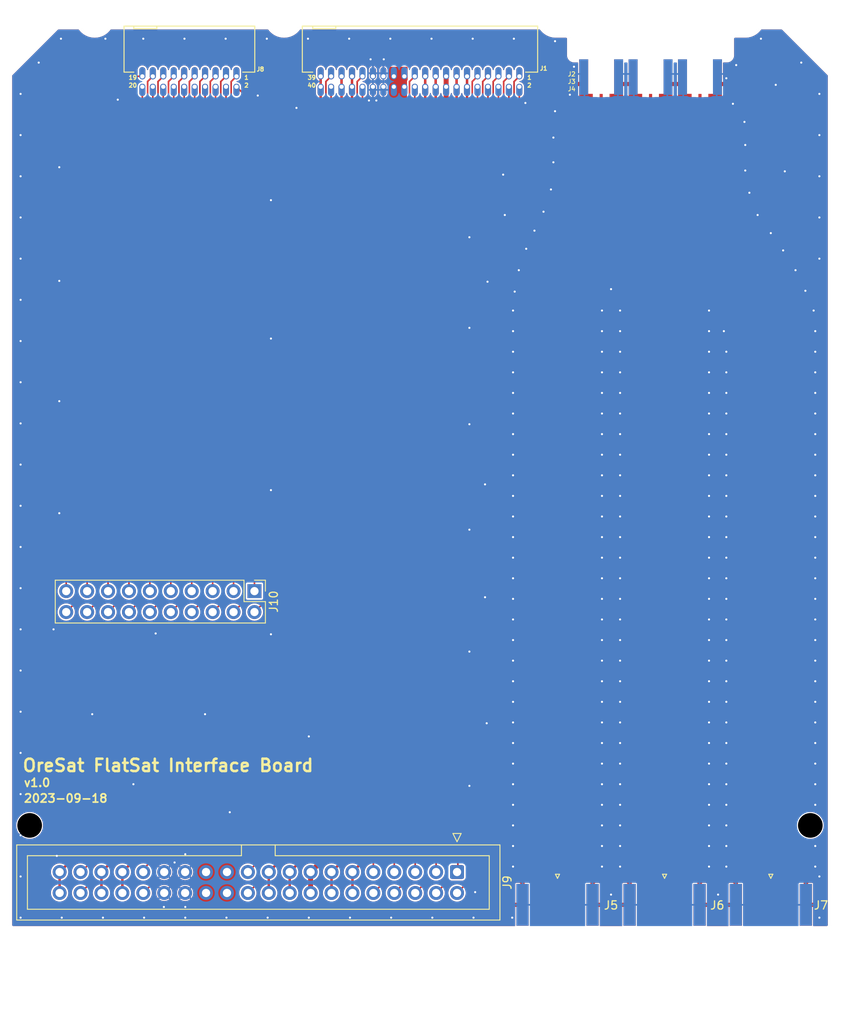
<source format=kicad_pcb>
(kicad_pcb (version 20221018) (generator pcbnew)
  (layers (0 "F.Cu" jumper) (31 "B.Cu" signal) (34 "B.Paste" user) (35 "F.Paste" user) (36 "B.SilkS" user "B.Silkscreen") (37 "F.SilkS" user "F.Silkscreen") (38 "B.Mask" user) (39 "F.Mask" user) (44 "Edge.Cuts" user))
  (net 0 "")
  (net 1 "VBUS")
  (net 2 "GND")
  (net 3 "Net-(J5-In)")
  (net 4 "Net-(J6-In)")
  (net 5 "Net-(J7-In)")
  (net 6 "/SPARE1")
  (net 7 "/SPARE2")
  (net 8 "/SPARE3")
  (net 9 "/SPARE4")
  (net 10 "/SPARE5")
  (net 11 "/SPARE6")
  (net 12 "/SPARE7")
  (net 13 "/SPARE8")
  (net 14 "/SPARE9")
  (net 15 "/SPARE10")
  (net 16 "/OPD_SDA")
  (net 17 "/OPD_SCL")
  (net 18 "/OPD_PWR")
  (net 19 "/CAN2_H")
  (net 20 "/CAN2_L")
  (net 21 "/SPARE21")
  (net 22 "/SPARE22")
  (net 23 "/SPARE31")
  (net 24 "/SPARE32")
  (net 25 "/CAN1_H")
  (net 26 "/CAN1_L")
  (net 27 "/C3-UART-TX")
  (net 28 "/C3-UART-RX")
  (net 29 "/ORESAT_~{SD}")
  (net 30 "Net-(J10-Pin_1)")
  (net 31 "Net-(J10-Pin_2)")
  (net 32 "Net-(J10-Pin_3)")
  (net 33 "Net-(J10-Pin_4)")
  (net 34 "Net-(J10-Pin_5)")
  (net 35 "Net-(J10-Pin_6)")
  (net 36 "Net-(J10-Pin_7)")
  (net 37 "Net-(J10-Pin_8)")
  (net 38 "Net-(J10-Pin_9)")
  (net 39 "Net-(J10-Pin_10)")
  (net 40 "Net-(J10-Pin_11)")
  (net 41 "Net-(J10-Pin_12)")
  (net 42 "Net-(J10-Pin_13)")
  (net 43 "Net-(J10-Pin_14)")
  (net 44 "Net-(J10-Pin_15)")
  (net 45 "Net-(J10-Pin_16)")
  (net 46 "Net-(J10-Pin_17)")
  (net 47 "Net-(J10-Pin_18)")
  (net 48 "Net-(J10-Pin_19)")
  (net 49 "Net-(J10-Pin_20)")
  (footprint "Connector_Coaxial:SMA_Amphenol_132289_EdgeMount" (layer "F.Cu") (at 182.6 160.8375 -90)
    (fp_text reference "J7")
    (fp_text value "Conn_Coaxial")
  )
  (footprint "Connector_Coaxial:SMA_Amphenol_132289_EdgeMount" (layer "F.Cu") (at 156.7 160.8375 -90)
    (fp_text reference "J5")
    (fp_text value "Conn_Coaxial")
  )
  (footprint "oresat-connectors:J-MOLEX-SMPM-073300-002X" (layer "F.Cu") (at 168 58.2)
    (fp_text reference "J3")
    (fp_text value "733000020" hide)
  )
  (footprint "oresat-connectors:J-SAMTEC-TFM-120-X1-XXX-D-RA-small-pads" (layer "F.Cu") (at 140 60.9)
    (fp_text reference "J1")
    (fp_text value "J-SAMTEC-TFM-120-01-L-D-RA")
  )
  (footprint "Connector_IDC:IDC-Header_2x20_P2.54mm_Vertical" (layer "F.Cu") (at 144.5 156.86 -90)
    (fp_text reference "J9")
    (fp_text value "Conn_01x40")
  )
  (footprint "Connector_Coaxial:SMA_Amphenol_132289_EdgeMount" (layer "F.Cu") (at 169.7 160.8375 -90)
    (fp_text reference "J6")
    (fp_text value "Conn_Coaxial")
  )
  (footprint "oresat-connectors:J-SAMTEC-TFM-110-X1-XXX-D-RA-small-pads" (layer "F.Cu") (at 112 60.9)
    (fp_text reference "J8")
    (fp_text value "J-SAMTEC-TFM-110-01-L-D-RA")
  )
  (footprint "oresat-connectors:J-MOLEX-SMPM-073300-002X" (layer "F.Cu") (at 162 58.2)
    (fp_text reference "J2")
    (fp_text value "733000020" hide)
  )
  (footprint "oresat-pcbs:ORESAT-CARD-V1.3-FLATSAT" (layer "F.Cu") (at 140 99)
    (fp_text reference "PCB1" hide)
    (fp_text value "ORESAT-CARD-V1.3-FLATSAT" hide)
    (fp_line (start -49.9 -39) (end -49.9 40.7) (stroke (width 0.001)) (layer "Edge.Cuts"))
    (fp_line (start -49.9 40.7) (end -49.9 64.3) (stroke (width 0.001)) (layer "Edge.Cuts"))
    (fp_line (start -44.1 -44.8) (end -49.9 -39) (stroke (width 0.001)) (layer "Edge.Cuts"))
    (fp_line (start -41.23205 -44.8) (end -44.1 -44.8) (stroke (width 0.001)) (layer "Edge.Cuts"))
    (fp_line (start -18.23205 -44.8) (end -37.76795 -44.8) (stroke (width 0.001)) (layer "Edge.Cuts"))
    (fp_line (start 14.76795 -44.8) (end -14.76795 -44.8) (stroke (width 0.001)) (layer "Edge.Cuts"))
    (fp_line (start 16.5 -43.8) (end 17.73205 -43.8) (stroke (width 0.001)) (layer "Edge.Cuts"))
    (fp_line (start 18.23205 -43.3) (end 18.23205 -41.3) (stroke (width 0.001)) (layer "Edge.Cuts"))
    (fp_line (start 18.73205 -40.8) (end 20.41 -40.8) (stroke (width 0.001)) (layer "Edge.Cuts"))
    (fp_line (start 20.41 -40.8) (end 20.41 -37.1) (stroke (width 0.001)) (layer "Edge.Cuts"))
    (fp_line (start 20.91 -36.6) (end 23.09 -36.6) (stroke (width 0.001)) (layer "Edge.Cuts"))
    (fp_line (start 23.59 -37.1) (end 23.59 -40.8) (stroke (width 0.001)) (layer "Edge.Cuts"))
    (fp_line (start 26.41 -40.8) (end 23.59 -40.8) (stroke (width 0.001)) (layer "Edge.Cuts"))
    (fp_line (start 26.41 -37.1) (end 26.41 -40.8) (stroke (width 0.001)) (layer "Edge.Cuts"))
    (fp_line (start 26.91 -36.6) (end 29.09 -36.6) (stroke (width 0.001)) (layer "Edge.Cuts"))
    (fp_line (start 29.59 -37.1) (end 29.59 -40.8) (stroke (width 0.001)) (layer "Edge.Cuts"))
    (fp_line (start 32.41 -40.8) (end 29.59 -40.8) (stroke (width 0.001)) (layer "Edge.Cuts"))
    (fp_line (start 32.41 -37.1) (end 32.41 -40.8) (stroke (width 0.001)) (layer "Edge.Cuts"))
    (fp_line (start 32.91 -36.6) (end 35.09 -36.6) (stroke (width 0.001)) (layer "Edge.Cuts"))
    (fp_line (start 35.59 -37.1) (end 35.59 -40.8) (stroke (width 0.001)) (layer "Edge.Cuts"))
    (fp_line (start 37.26795 -40.8) (end 35.59 -40.8) (stroke (width 0.001)) (layer "Edge.Cuts"))
    (fp_line (start 37.76795 -43.3) (end 37.76795 -41.3) (stroke (width 0.001)) (layer "Edge.Cuts"))
    (fp_line (start 39.5 -43.8) (end 38.26795 -43.8) (stroke (width 0.001)) (layer "Edge.Cuts"))
    (fp_line (start 44.1 -44.8) (end 41.23205 -44.8) (stroke (width 0.001)) (layer "Edge.Cuts"))
    (fp_line (start 49.4 64.8) (end -49.4 64.8) (stroke (width 0.001)) (layer "Edge.Cuts"))
    (fp_line (start 49.9 -39) (end 44.1 -44.8) (stroke (width 0.001)) (layer "Edge.Cuts"))
    (fp_line (start 49.9 40.7) (end 49.9 -39) (stroke (width 0.001)) (layer "Edge.Cuts"))
    (fp_line (start 49.9 40.7) (end 49.9 64.3) (stroke (width 0.001)) (layer "Edge.Cuts"))
    (fp_arc (start -49.4 64.8) (mid -49.753553 64.653553) (end -49.9 64.3) (stroke (width 0.001)) (layer "Edge.Cuts"))
    (fp_arc (start -37.767951 -44.799999) (mid -39.500001 -43.800001) (end -41.23205 -44.8) (stroke (width 0.001)) (layer "Edge.Cuts"))
    (fp_arc (start -14.767951 -44.799999) (mid -16.500001 -43.800001) (end -18.23205 -44.8) (stroke (width 0.001)) (layer "Edge.Cuts"))
    (fp_arc (start 16.499999 -43.8) (mid 15.5 -44.067949) (end 14.76795 -44.8) (stroke (width 0.001)) (layer "Edge.Cuts"))
    (fp_arc (start 17.73205 -43.8) (mid 18.085571 -43.653536) (end 18.23205 -43.3) (stroke (width 0.001)) (layer "Edge.Cuts"))
    (fp_arc (start 18.73205 -40.8) (mid 18.378529 -40.946464) (end 18.23205 -41.3) (stroke (width 0.001)) (layer "Edge.Cuts"))
    (fp_arc (start 20.91 -36.6) (mid 20.556447 -36.746447) (end 20.41 -37.1) (stroke (width 0.001)) (layer "Edge.Cuts"))
    (fp_arc (start 23.59 -37.1) (mid 23.443553 -36.746447) (end 23.09 -36.6) (stroke (width 0.001)) (layer "Edge.Cuts"))
    (fp_arc (start 26.91 -36.6) (mid 26.556447 -36.746447) (end 26.41 -37.1) (stroke (width 0.001)) (layer "Edge.Cuts"))
    (fp_arc (start 29.59 -37.1) (mid 29.443553 -36.746447) (end 29.09 -36.6) (stroke (width 0.001)) (layer "Edge.Cuts"))
    (fp_arc (start 32.91 -36.6) (mid 32.556447 -36.746447) (end 32.41 -37.1) (stroke (width 0.001)) (layer "Edge.Cuts"))
    (fp_arc (start 35.59 -37.1) (mid 35.443553 -36.746447) (end 35.09 -36.6) (stroke (width 0.001)) (layer "Edge.Cuts"))
    (fp_arc (start 37.76795 -43.3) (mid 37.914394 -43.653571) (end 38.26795 -43.8) (stroke (width 0.001)) (layer "Edge.Cuts"))
    (fp_arc (start 37.76795 -41.3) (mid 37.621506 -40.946429) (end 37.26795 -40.8) (stroke (width 0.001)) (layer "Edge.Cuts"))
    (fp_arc (start 41.232049 -44.8) (mid 40.499999 -44.06795) (end 39.5 -43.8) (stroke (width 0.001)) (layer "Edge.Cuts"))
    (fp_arc (start 49.9 64.3) (mid 49.753553 64.653553) (end 49.4 64.8) (stroke (width 0.001)) (layer "Edge.Cuts"))
  )
  (footprint "oresat-connectors:J-MOLEX-SMPM-073300-002X" (layer "F.Cu") (at 174 58.2)
    (fp_text reference "J4")
    (fp_text value "733000020" hide)
  )
  (footprint "Connector_PinHeader_2.54mm:PinHeader_2x10_P2.54mm_Vertical" (layer "F.Cu") (at 119.9 122.76 -90)
    (fp_text reference "J10")
    (fp_text value "Conn_01x20")
  )
  (gr_poly (pts (xy 166.64 66.9) (xy 166.64 66.1) (xy 167.81 64.43) (xy 168.19 64.43) (xy 169.35 66.1) (xy 169.35 66.9)) (stroke (width 0.005)) (fill solid) (layer "F.Cu"))
  (gr_poly (pts (xy 160.64 66.9) (xy 160.64 66.1) (xy 161.81 64.43) (xy 162.19 64.43) (xy 163.35 66.1) (xy 163.35 66.9)) (stroke (width 0.005)) (fill solid) (layer "F.Cu"))
  (gr_poly (pts (xy 171.06 156.09) (xy 171.06 156.86) (xy 170.45 158) (xy 168.95 158) (xy 168.35 156.86) (xy 168.35 156.09)) (stroke (width 0.005)) (fill solid) (layer "F.Cu"))
  (gr_poly (pts (xy 183.96 156.09) (xy 183.96 156.86) (xy 183.35 158) (xy 181.85 158) (xy 181.25 156.86) (xy 181.25 156.09)) (stroke (width 0.005)) (fill solid) (layer "F.Cu"))
  (gr_poly (pts (xy 172.64 66.9) (xy 172.64 66.1) (xy 173.81 64.43) (xy 174.19 64.43) (xy 175.35 66.1) (xy 175.35 66.9)) (stroke (width 0.005)) (fill solid) (layer "F.Cu"))
  (gr_poly (pts (xy 158.06 156.09) (xy 158.06 156.86) (xy 157.45 158) (xy 155.95 158) (xy 155.35 156.86) (xy 155.35 156.09)) (stroke (width 0.005)) (fill solid) (layer "F.Cu"))
  (gr_text "2023-09-18" (at 91.8 148.5) (layer "F.SilkS") (effects (font (size 1 1) (thickness 0.2) bold) (justify left bottom)))
  (gr_text "OreSat FlatSat Interface Board\n" (at 91.6 144.8) (layer "F.SilkS") (effects (font (size 1.5 1.5) (thickness 0.3) bold) (justify left bottom)))
  (gr_text "v1.0" (at 91.8 146.6) (layer "F.SilkS") (effects (font (size 1 1) (thickness 0.2) bold) (justify left bottom)))
  (segment (start 165.45 160.8375) (end 165.45 158.16) (width 0.5) (layer "F.Cu") (net 2))
  (segment (start 178.35 160.8375) (end 178.35 158.16) (width 0.5) (layer "F.Cu") (net 2))
  (segment (start 165.45 158.16) (end 164.89 157.6) (width 0.5) (layer "F.Cu") (net 2))
  (segment (start 152.45 158.16) (end 151.89 157.6) (width 0.5) (layer "F.Cu") (net 2))
  (segment (start 170.1 61.2) (end 171.8 61.2) (width 0.5) (layer "F.Cu") (net 2))
  (segment (start 173.95 160.8375) (end 178.35 160.8375) (width 0.5) (layer "F.Cu") (net 2))
  (segment (start 157.7 61.2) (end 159.9 61.2) (width 0.5) (layer "F.Cu") (net 2))
  (segment (start 178.1 61.2) (end 176.2 61.2) (width 0.5) (layer "F.Cu") (net 2))
  (segment (start 173.95 160.8375) (end 173.95 158.16) (width 0.5) (layer "F.Cu") (net 2))
  (segment (start 186.85 160.8375) (end 188.4125 160.8375) (width 0.5) (layer "F.Cu") (net 2))
  (segment (start 160.95 158.16) (end 161.51 157.6) (width 0.5) (layer "F.Cu") (net 2))
  (segment (start 186.85 160.8375) (end 186.85 158.16) (width 0.5) (layer "F.Cu") (net 2))
  (segment (start 160.95 160.8375) (end 165.45 160.8375) (width 0.5) (layer "F.Cu") (net 2))
  (segment (start 164.1 61.2) (end 165.8 61.2) (width 0.5) (layer "F.Cu") (net 2))
  (segment (start 150.9375 160.8375) (end 150.8 160.7) (width 0.5) (layer "F.Cu") (net 2))
  (segment (start 152.45 160.8375) (end 152.45 158.16) (width 0.5) (layer "F.Cu") (net 2))
  (segment (start 173.95 158.16) (end 174.51 157.6) (width 0.5) (layer "F.Cu") (net 2))
  (segment (start 152.45 160.8375) (end 150.9375 160.8375) (width 0.5) (layer "F.Cu") (net 2))
  (segment (start 178.35 158.16) (end 177.79 157.6) (width 0.5) (layer "F.Cu") (net 2))
  (segment (start 188.4125 160.8375) (end 188.45 160.8) (width 0.5) (layer "F.Cu") (net 2))
  (segment (start 160.95 160.8375) (end 160.95 158.16) (width 0.5) (layer "F.Cu") (net 2))
  (segment (start 186.85 158.16) (end 187.41 157.6) (width 0.5) (layer "F.Cu") (net 2))
  (via (at 152.9 81.2) (size 0.4572) (drill 0.254) (layers "F.Cu" "B.Cu") (net 2))
  (via (at 147.9 123.5) (size 0.4572) (drill 0.254) (layers "F.Cu" "B.Cu") (net 2))
  (via (at 151.3 153.7) (size 0.4572) (drill 0.254) (layers "F.Cu" "B.Cu") (net 2))
  (via (at 175.1 96.2) (size 0.4572) (drill 0.254) (layers "F.Cu" "B.Cu") (net 2))
  (via (at 151.3 151.2) (size 0.4572) (drill 0.254) (layers "F.Cu" "B.Cu") (net 2))
  (via (at 177.2 138.7) (size 0.4572) (drill 0.254) (layers "F.Cu" "B.Cu") (net 2))
  (via (at 177.2 151.2) (size 0.4572) (drill 0.254) (layers "F.Cu" "B.Cu") (net 2))
  (via (at 188 116.2) (size 0.4572) (drill 0.254) (layers "F.Cu" "B.Cu") (net 2))
  (via (at 151.3 123.7) (size 0.4572) (drill 0.254) (layers "F.Cu" "B.Cu") (net 2))
  (via (at 188 123.7) (size 0.4572) (drill 0.254) (layers "F.Cu" "B.Cu") (net 2))
  (via (at 177.2 123.7) (size 0.4572) (drill 0.254) (layers "F.Cu" "B.Cu") (net 2))
  (via (at 175.1 128.7) (size 0.4572) (drill 0.254) (layers "F.Cu" "B.Cu") (net 2))
  (via (at 164.3 141.2) (size 0.4572) (drill 0.254) (layers "F.Cu" "B.Cu") (net 2))
  (via (at 178 63.6) (size 0.4572) (drill 0.254) (layers "F.Cu" "B.Cu") (net 2))
  (via (at 164.3 116.2) (size 0.4572) (drill 0.254) (layers "F.Cu" "B.Cu") (net 2))
  (via (at 162.1 153.7) (size 0.4572) (drill 0.254) (layers "F.Cu" "B.Cu") (net 2))
  (via (at 177.2 153.7) (size 0.4572) (drill 0.254) (layers "F.Cu" "B.Cu") (net 2))
  (via (at 188.5 82.4) (size 0.4572) (drill 0.254) (layers "F.Cu" "B.Cu") (net 2))
  (via (at 175.1 106.2) (size 0.4572) (drill 0.254) (layers "F.Cu" "B.Cu") (net 2))
  (via (at 177.2 113.7) (size 0.4572) (drill 0.254) (layers "F.Cu" "B.Cu") (net 2))
  (via (at 96.4 55.7) (size 0.4572) (drill 0.254) (layers "F.Cu" "B.Cu") (net 2))
  (via (at 185.6 83.8) (size 0.4572) (drill 0.254) (layers "F.Cu" "B.Cu") (net 2))
  (via (at 175.1 148.7) (size 0.4572) (drill 0.254) (layers "F.Cu" "B.Cu") (net 2))
  (via (at 177.2 141.2) (size 0.4572) (drill 0.254) (layers "F.Cu" "B.Cu") (net 2))
  (via (at 164.3 113.7) (size 0.4572) (drill 0.254) (layers "F.Cu" "B.Cu") (net 2))
  (via (at 188 106.2) (size 0.4572) (drill 0.254) (layers "F.Cu" "B.Cu") (net 2))
  (via (at 186.3 58.6) (size 0.4572) (drill 0.254) (layers "F.Cu" "B.Cu") (net 2))
  (via (at 151.3 136.2) (size 0.4572) (drill 0.254) (layers "F.Cu" "B.Cu") (net 2))
  (via (at 151.3 113.7) (size 0.4572) (drill 0.254) (layers "F.Cu" "B.Cu") (net 2))
  (via (at 188.5 72.4) (size 0.4572) (drill 0.254) (layers "F.Cu" "B.Cu") (net 2))
  (via (at 175.1 141.2) (size 0.4572) (drill 0.254) (layers "F.Cu" "B.Cu") (net 2))
  (via (at 188 113.7) (size 0.4572) (drill 0.254) (layers "F.Cu" "B.Cu") (net 2))
  (via (at 141.4 55.7) (size 0.4572) (drill 0.254) (layers "F.Cu" "B.Cu") (net 2))
  (via (at 175.1 126.2) (size 0.4572) (drill 0.254) (layers "F.Cu" "B.Cu") (net 2))
  (via (at 133.8 63.2) (size 0.4572) (drill 0.254) (layers "F.Cu" "B.Cu") (net 2))
  (via (at 162.1 96.2) (size 0.4572) (drill 0.254) (layers "F.Cu" "B.Cu") (net 2))
  (via (at 164.3 133.7) (size 0.4572) (drill 0.254) (layers "F.Cu" "B.Cu") (net 2))
  (via (at 188 133.7) (size 0.4572) (drill 0.254) (layers "F.Cu" "B.Cu") (net 2))
  (via (at 162.1 126.2) (size 0.4572) (drill 0.254) (layers "F.Cu" "B.Cu") (net 2))
  (via (at 188.5 67.4) (size 0.4572) (drill 0.254) (layers "F.Cu" "B.Cu") (net 2))
  (via (at 188 96.2) (size 0.4572) (drill 0.254) (layers "F.Cu" "B.Cu") (net 2))
  (via (at 91.5 72.4) (size 0.4572) (drill 0.254) (layers "F.Cu" "B.Cu") (net 2))
  (via (at 151.3 146.2) (size 0.4572) (drill 0.254) (layers "F.Cu" "B.Cu") (net 2))
  (via (at 188 146.2) (size 0.4572) (drill 0.254) (layers "F.Cu" "B.Cu") (net 2))
  (via (at 188 138.7) (size 0.4572) (drill 0.254) (layers "F.Cu" "B.Cu") (net 2))
  (via (at 136.4 55.7) (size 0.4572) (drill 0.254) (layers "F.Cu" "B.Cu") (net 2))
  (via (at 184.3 71.8) (size 0.4572) (drill 0.254) (layers "F.Cu" "B.Cu") (net 2))
  (via (at 162.1 156.2) (size 0.4572) (drill 0.254) (layers "F.Cu" "B.Cu") (net 2))
  (via (at 162.1 148.7) (size 0.4572) (drill 0.254) (layers "F.Cu" "B.Cu") (net 2))
  (via (at 135.6 58.2) (size 0.4572) (drill 0.254) (layers "F.Cu" "B.Cu") (net 2))
  (via (at 151.3 101.2) (size 0.4572) (drill 0.254) (layers "F.Cu" "B.Cu") (net 2))
  (via (at 162.1 111.2) (size 0.4572) (drill 0.254) (layers "F.Cu" "B.Cu") (net 2))
  (via (at 151.3 93.7) (size 0.4572) (drill 0.254) (layers "F.Cu" "B.Cu") (net 2))
  (via (at 177.2 146.2) (size 0.4572) (drill 0.254) (layers "F.Cu" "B.Cu") (net 2))
  (via (at 175.1 153.7) (size 0.4572) (drill 0.254) (layers "F.Cu" "B.Cu") (net 2))
  (via (at 96.2 85.1) (size 0.4572) (drill 0.254) (layers "F.Cu" "B.Cu") (net 2))
  (via (at 151.3 103.7) (size 0.4572) (drill 0.254) (layers "F.Cu" "B.Cu") (net 2))
  (via (at 151.3 121.2) (size 0.4572) (drill 0.254) (layers "F.Cu" "B.Cu") (net 2))
  (via (at 177.2 143.7) (size 0.4572) (drill 0.254) (layers "F.Cu" "B.Cu") (net 2))
  (via (at 175.1 98.7) (size 0.4572) (drill 0.254) (layers "F.Cu" "B.Cu") (net 2))
  (via (at 175.1 103.7) (size 0.4572) (drill 0.254) (layers "F.Cu" "B.Cu") (net 2))
  (via (at 106.5 162.4) (size 0.4572) (drill 0.254) (layers "F.Cu" "B.Cu") (net 2))
  (via (at 188 128.7) (size 0.4572) (drill 0.254) (layers "F.Cu" "B.Cu") (net 2))
  (via (at 151.3 126.2) (size 0.4572) (drill 0.254) (layers "F.Cu" "B.Cu") (net 2))
  (via (at 183.2 61.3) (size 0.4572) (drill 0.254) (layers "F.Cu" "B.Cu") (net 2))
  (via (at 121.9 75.3) (size 0.4572) (drill 0.254) (layers "F.Cu" "B.Cu") (net 2))
  (via (at 163.2 86.1) (size 0.4572) (drill 0.254) (layers "F.Cu" "B.Cu") (net 2))
  (via (at 106.4 55.7) (size 0.4572) (drill 0.254) (layers "F.Cu" "B.Cu") (net 2))
  (via (at 156.2 70.7) (size 0.4572) (drill 0.254) (layers "F.Cu" "B.Cu") (net 2))
  (via (at 96.2 71.3) (size 0.4572) (drill 0.254) (layers "F.Cu" "B.Cu") (net 2))
  (via (at 177.2 96.2) (size 0.4572) (drill 0.254) (layers "F.Cu" "B.Cu") (net 2))
  (via (at 150.3 77.1) (size 0.4572) (drill 0.254) (layers "F.Cu" "B.Cu") (net 2))
  (via (at 91.5 152.4) (size 0.4572) (drill 0.254) (layers "F.Cu" "B.Cu") (net 2))
  (via (at 121.9 128) (size 0.4572) (drill 0.254) (layers "F.Cu" "B.Cu") (net 2))
  (via (at 162.1 101.2) (size 0.4572) (drill 0.254) (layers "F.Cu" "B.Cu") (net 2))
  (via (at 164.3 106.2) (size 0.4572) (drill 0.254) (layers "F.Cu" "B.Cu") (net 2))
  (via (at 111.4 55.7) (size 0.4572) (drill 0.254) (layers "F.Cu" "B.Cu") (net 2))
  (via (at 188 153.7) (size 0.4572) (drill 0.254) (layers "F.Cu" "B.Cu") (net 2))
  (via (at 151.3 131.2) (size 0.4572) (drill 0.254) (layers "F.Cu" "B.Cu") (net 2))
  (via (at 151.3 91.2) (size 0.4572) (drill 0.254) (layers "F.Cu" "B.Cu") (net 2))
  (via (at 151.3 96.2) (size 0.4572) (drill 0.254) (layers "F.Cu" "B.Cu") (net 2))
  (via (at 177.2 103.7) (size 0.4572) (drill 0.254) (layers "F.Cu" "B.Cu") (net 2))
  (via (at 175.1 118.7) (size 0.4572) (drill 0.254) (layers "F.Cu" "B.Cu") (net 2))
  (via (at 91.5 87.4) (size 0.4572) (drill 0.254) (layers "F.Cu" "B.Cu") (net 2))
  (via (at 103.3 63.1) (size 0.4572) (drill 0.254) (layers "F.Cu" "B.Cu") (net 2))
  (via (at 155 76.7) (size 0.4572) (drill 0.254) (layers "F.Cu" "B.Cu") (net 2))
  (via (at 120.3 62.6) (size 0.4572) (drill 0.254) (layers "F.Cu" "B.Cu") (net 2))
  (via (at 136.5 162.4) (size 0.4572) (drill 0.254) (layers "F.Cu" "B.Cu") (net 2))
  (via (at 150.1 72.2) (size 0.4572) (drill 0.254) (layers "F.Cu" "B.Cu") (net 2))
  (via (at 162.1 133.7) (size 0.4572) (drill 0.254) (layers "F.Cu" "B.Cu") (net 2))
  (via (at 177.2 148.7) (size 0.4572) (drill 0.254) (layers "F.Cu" "B.Cu") (net 2))
  (via (at 116.5 162.4) (size 0.4572) (drill 0.254) (layers "F.Cu" "B.Cu") (net 2))
  (via (at 188 93.7) (size 0.4572) (drill 0.254) (layers "F.Cu" "B.Cu") (net 2))
  (via (at 184.1 81.4) (size 0.4572) (drill 0.254) (layers "F.Cu" "B.Cu") (net 2))
  (via (at 162.1 91.2) (size 0.4572) (drill 0.254) (layers "F.Cu" "B.Cu") (net 2))
  (via (at 175.1 113.7) (size 0.4572) (drill 0.254) (layers "F.Cu" "B.Cu") (net 2))
  (via (at 91.5 77.4) (size 0.4572) (drill 0.254) (layers "F.Cu" "B.Cu") (net 2))
  (via (at 162.1 108.7) (size 0.4572) (drill 0.254) (layers "F.Cu" "B.Cu") (net 2))
  (via (at 175.1 88.7) (size 0.4572) (drill 0.254) (layers "F.Cu" "B.Cu") (net 2))
  (via (at 116.9 149.6) (size 0.4572) (drill 0.254) (layers "F.Cu" "B.Cu") (net 2))
  (via (at 178.4 58.9) (size 0.4572) (drill 0.254) (layers "F.Cu" "B.Cu") (net 2))
  (via (at 146 90.8) (size 0.4572) (drill 0.254) (layers "F.Cu" "B.Cu") (net 2))
  (via (at 162.1 116.2) (size 0.4572) (drill 0.254) (layers "F.Cu" "B.Cu") (net 2))
  (via (at 186.8 86.3) (size 0.4572) (drill 0.254) (layers "F.Cu" "B.Cu") (net 2))
  (via (at 164.3 118.7) (size 0.4572) (drill 0.254) (layers "F.Cu" "B.Cu") (net 2))
  (via (at 181 77.1) (size 0.4572) (drill 0.254) (layers "F.Cu" "B.Cu") (net 2))
  (via (at 91.5 147.4) (size 0.4572) (drill 0.254) (layers "F.Cu" "B.Cu") (net 2))
  (via (at 91.5 117.4) (size 0.4572) (drill 0.254) (layers "F.Cu" "B.Cu") (net 2))
  (via (at 151.3 98.7) (size 0.4572) (drill 0.254) (layers "F.Cu" "B.Cu") (net 2))
  (via (at 164.3 96.2) (size 0.4572) (drill 0.254) (layers "F.Cu" "B.Cu") (net 2))
  (via (at 164.3 111.2) (size 0.4572) (drill 0.254) (layers "F.Cu" "B.Cu") (net 2))
  (via (at 188 143.7) (size 0.4572) (drill 0.254) (layers "F.Cu" "B.Cu") (net 2))
  (via (at 151.3 128.7) (size 0.4572) (drill 0.254) (layers "F.Cu" "B.Cu") (net 2))
  (via (at 151.3 111.2) (size 0.4572) (drill 0.254) (layers "F.Cu" "B.Cu") (net 2))
  (via (at 177.2 136.2) (size 0.4572) (drill 0.254) (layers "F.Cu" "B.Cu") (net 2))
  (via (at 175.1 146.2) (size 0.4572) (drill 0.254) (layers "F.Cu" "B.Cu") (net 2))
  (via (at 101.8 55.7) (size 0.4572) (drill 0.254) (layers "F.Cu" "B.Cu") (net 2))
  (via (at 91.5 157.4) (size 0.4572) (drill 0.254) (layers "F.Cu" "B.Cu") (net 2))
  (via (at 151.5 86.4) (size 0.4572) (drill 0.254) (layers "F.Cu" "B.Cu") (net 2))
  (via (at 121.9 110.5) (size 0.4572) (drill 0.254) (layers "F.Cu" "B.Cu") (net 2))
  (via (at 177.2 108.7) (size 0.4572) (drill 0.254) (layers "F.Cu" "B.Cu") (net 2))
  (via (at 96.2 99.7) (size 0.4572) (drill 0.254) (layers "F.Cu" "B.Cu") (net 2))
  (via (at 91.5 102.4) (size 0.4572) (drill 0.254) (layers "F.Cu" "B.Cu") (net 2))
  (via (at 188.5 62.4) (size 0.4572) (drill 0.254) (layers "F.Cu" "B.Cu") (net 2))
  (via (at 126.5 162.4) (size 0.4572) (drill 0.254) (layers "F.Cu" "B.Cu") (net 2))
  (via (at 156.4 64.5) (size 0.4572) (drill 0.254) (layers "F.Cu" "B.Cu") (net 2))
  (via (at 111.5 161.1) (size 0.4572) (drill 0.254) (layers "F.Cu" "B.Cu") (net 2))
  (via (at 134.7 63.2) (size 0.4572) (drill 0.254) (layers "F.Cu" "B.Cu") (net 2))
  (via (at 158.2 62.5) (size 0.4572) (drill 0.254) (layers "F.Cu" "B.Cu") (net 2))
  (via (at 153.9 79) (size 0.4572) (drill 0.254) (layers "F.Cu" "B.Cu") (net 2))
  (via (at 179.4 65.8) (size 0.4572) (drill 0.254) (layers "F.Cu" "B.Cu") (net 2))
  (via (at 188 126.2) (size 0.4572) (drill 0.254) (layers "F.Cu" "B.Cu") (net 2))
  (via (at 188 141.2) (size 0.4572) (drill 0.254) (layers "F.Cu" "B.Cu") (net 2))
  (via (at 108.9 161.1) (size 0.4572) (drill 0.254) (layers "F.Cu" "B.Cu") (net 2))
  (via (at 96.2 113.3) (size 0.4572) (drill 0.254) (layers "F.Cu" "B.Cu") (net 2))
  (via (at 134 58.2) (size 0.4572) (drill 0.254) (layers "F.Cu" "B.Cu") (net 2))
  (via (at 175.1 138.7) (size 0.4572) (drill 0.254) (layers "F.Cu" "B.Cu") (net 2))
  (via (at 151.3 106.2) (size 0.4572) (drill 0.254) (layers "F.Cu" "B.Cu") (net 2))
  (via (at 91.5 122.4) (size 0.4572) (drill 0.254) (layers "F.Cu" "B.Cu") (net 2))
  (via (at 188 103.7) (size 0.4572) (drill 0.254) (layers "F.Cu" "B.Cu") (net 2))
  (via (at 188 118.7) (size 0.4572) (drill 0.254) (layers "F.Cu" "B.Cu") (net 2))
  (via (at 147.9 109.8) (size 0.4572) (drill 0.254) (layers "F.Cu" "B.Cu") (net 2))
  (via (at 188 91.2) (size 0.4572) (drill 0.254) (layers "F.Cu" "B.Cu") (net 2))
  (via (at 188 98.7) (size 0.4572) (drill 0.254) (layers "F.Cu" "B.Cu") (net 2))
  (via (at 164.3 101.2) (size 0.4572) (drill 0.254) (layers "F.Cu" "B.Cu") (net 2))
  (via (at 164.3 121.2) (size 0.4572) (drill 0.254) (layers "F.Cu" "B.Cu") (net 2))
  (via (at 155.9 74) (size 0.4572) (drill 0.254) (layers "F.Cu" "B.Cu") (net 2))
  (via (at 162.1 146.2) (size 0.4572) (drill 0.254) (layers "F.Cu" "B.Cu") (net 2))
  (via (at 188.5 77.4) (size 0.4572) (drill 0.254) (layers "F.Cu" "B.Cu") (net 2))
  (via (at 110.2 155.7) (size 0.4572) (drill 0.254) (layers "F.Cu" "B.Cu") (net 2))
  (via (at 151.3 88.7) (size 0.4572) (drill 0.254) (layers "F.Cu" "B.Cu") (net 2))
  (via (at 177.2 111.2) (size 0.4572) (drill 0.254) (layers "F.Cu" "B.Cu") (net 2))
  (via (at 175.1 151.2) (size 0.4572) (drill 0.254) (layers "F.Cu" "B.Cu") (net 2))
  (via (at 91.5 92.4) (size 0.4572) (drill 0.254) (layers "F.Cu" "B.Cu") (net 2))
  (via (at 176.9 91.2) (size 0.4572) (drill 0.254) (layers "F.Cu" "B.Cu") (net 2))
  (via (at 146.4 55.7) (size 0.4572) (drill 0.254) (layers "F.Cu" "B.Cu") (net 2))
  (via (at 177.2 106.2) (size 0.4572) (drill 0.254) (layers "F.Cu" "B.Cu") (net 2))
  (via (at 182.6 79.3) (size 0.4572) (drill 0.254) (layers "F.Cu" "B.Cu") (net 2))
  (via (at 146.5 162.4) (size 0.4572) (drill 0.254) (layers "F.Cu" "B.Cu") (net 2))
  (via (at 164.3 98.7) (size 0.4572) (drill 0.254) (layers "F.Cu" "B.Cu") (net 2))
  (via (at 146 146.4) (size 0.4572) (drill 0.254) (layers "F.Cu" "B.Cu") (net 2))
  (via (at 151.4 55.7) (size 0.4572) (drill 0.254) (layers "F.Cu" "B.Cu") (net 2))
  (via (at 162.1 106.2) (size 0.4572) (drill 0.254) (layers "F.Cu" "B.Cu") (net 2))
  (via (at 164.3 93.7) (size 0.4572) (drill 0.254) (layers "F.Cu" "B.Cu") (net 2))
  (via (at 91.5 62.4) (size 0.4572) (drill 0.254) (layers "F.Cu" "B.Cu") (net 2))
  (via (at 126.4 55.7) (size 0.4572) (drill 0.254) (layers "F.Cu" "B.Cu") (net 2))
  (via (at 177.2 156.2) (size 0.4572) (drill 0.254) (layers "F.Cu" "B.Cu") (net 2))
  (via (at 164.3 146.2) (size 0.4572) (drill 0.254) (layers "F.Cu" "B.Cu") (net 2))
  (via (at 151.3 116.2) (size 0.4572) (drill 0.254) (layers "F.Cu" "B.Cu") (net 2))
  (via (at 162.1 143.7) (size 0.4572) (drill 0.254) (layers "F.Cu" "B.Cu") (net 2))
  (via (at 152 83.8) (size 0.4572) (drill 0.254) (layers "F.Cu" "B.Cu") (net 2))
  (via (at 188.5 162.4) (size 0.4572) (drill 0.254) (layers "F.Cu" "B.Cu") (net 2))
  (via (at 175.1 133.7) (size 0.4572) (drill 0.254) (layers "F.Cu" "B.Cu") (net 2))
  (via (at 162.1 123.7) (size 0.4572) (drill 0.254) (layers "F.Cu" "B.Cu") (net 2))
  (via (at 162.1 98.7) (size 0.4572) (drill 0.254) (layers "F.Cu" "B.Cu") (net 2))
  (via (at 164.3 126.2) (size 0.4572) (drill 0.254) (layers "F.Cu" "B.Cu") (net 2))
  (via (at 156.2 67.7) (size 0.4572) (drill 0.254) (layers "F.Cu" "B.Cu") (net 2))
  (via (at 107.9 127.9) (size 0.4572) (drill 0.254) (layers "F.Cu" "B.Cu") (net 2))
  (via (at 177.2 101.2) (size 0.4572) (drill 0.254) (layers "F.Cu" "B.Cu") (net 2))
  (via (at 177.2 93.7) (size 0.4572) (drill 0.254) (layers "F.Cu" "B.Cu") (net 2))
  (via (at 177.2 60.5) (size 0.4572) (drill 0.254) (layers "F.Cu" "B.Cu") (net 2))
  (via (at 151.3 138.7) (size 0.4572) (drill 0.254) (layers "F.Cu" "B.Cu") (net 2))
  (via (at 125 64.1) (size 0.4572) (drill 0.254) (layers "F.Cu" "B.Cu") (net 2))
  (via (at 177.2 121.2) (size 0.4572) (drill 0.254) (layers "F.Cu" "B.Cu") (net 2))
  (via (at 95.9 154.9) (size 0.4572) (drill 0.254) (layers "F.Cu" "B.Cu") (net 2))
  (via (at 164.3 143.7) (size 0.4572) (drill 0.254) (layers "F.Cu" "B.Cu") (net 2))
  (via (at 164.3 88.7) (size 0.4572) (drill 0.254) (layers "F.Cu" "B.Cu") (net 2))
  (via (at 175.1 111.2) (size 0.4572) (drill 0.254) (layers "F.Cu" "B.Cu") (net 2))
  (via (at 91.5 67.4) (size 0.4572) (drill 0.254) (layers "F.Cu" "B.Cu") (net 2))
  (via (at 111.5 162.4) (size 0.4572) (drill 0.254) (layers "F.Cu" "B.Cu") (net 2))
  (via (at 188 148.7) (size 0.4572) (drill 0.254) (layers "F.Cu" "B.Cu") (net 2))
  (via (at 188 108.7) (size 0.4572) (drill 0.254) (layers "F.Cu" "B.Cu") (net 2))
  (via (at 146 79.8) (size 0.4572) (drill 0.254) (layers "F.Cu" "B.Cu") (net 2))
  (via (at 146 115.3) (size 0.4572) (drill 0.254) (layers "F.Cu" "B.Cu") (net 2))
  (via (at 188 111.2) (size 0.4572) (drill 0.254) (layers "F.Cu" "B.Cu") (net 2))
  (via (at 164.3 131.2) (size 0.4572) (drill 0.254) (layers "F.Cu" "B.Cu") (net 2))
  (via (at 175.1 91.2) (size 0.4572) (drill 0.254) (layers "F.Cu" "B.Cu") (net 2))
  (via (at 91.5 137.4) (size 0.4572) (drill 0.254) (layers "F.Cu" "B.Cu") (net 2))
  (via (at 188 101.2) (size 0.4572) (drill 0.254) (layers "F.Cu" "B.Cu") (net 2))
  (via (at 164.3 108.7) (size 0.4572) (drill 0.254) (layers "F.Cu" "B.Cu") (net 2))
  (via (at 175.1 131.2) (size 0.4572) (drill 0.254) (layers "F.Cu" "B.Cu") (net 2))
  (via (at 188 136.2) (size 0.4572) (drill 0.254) (layers "F.Cu" "B.Cu") (net 2))
  (via (at 162.1 138.7) (size 0.4572) (drill 0.254) (layers "F.Cu" "B.Cu") (net 2))
  (via (at 93.7 58.6) (size 0.4572) (drill 0.254) (layers "F.Cu" "B.Cu") (net 2))
  (via (at 164.3 123.7) (size 0.4572) (drill 0.254) (layers "F.Cu" "B.Cu") (net 2))
  (via (at 180 74.4) (size 0.4572) (drill 0.254) (layers "F.Cu" "B.Cu") (net 2))
  (via (at 148.2 85.2) (size 0.4572) (drill 0.254) (layers "F.Cu" "B.Cu") (net 2))
  (via (at 131.4 55.7) (size 0.4572) (drill 0.254) (layers "F.Cu" "B.Cu") (net 2))
  (via (at 179.5 71.7) (size 0.4572) (drill 0.254) (layers "F.Cu" "B.Cu") (net 2))
  (via (at 179.5 68.6) (size 0.4572) (drill 0.254) (layers "F.Cu" "B.Cu") (net 2))
  (via (at 91.5 107.4) (size 0.4572) (drill 0.254) (layers "F.Cu" "B.Cu") (net 2))
  (via (at 175.1 101.2) (size 0.4572) (drill 0.254) (layers "F.Cu" "B.Cu") (net 2))
  (via (at 151.3 156.2) (size 0.4572) (drill 0.254) (layers "F.Cu" "B.Cu") (net 2))
  (via (at 162.1 113.7) (size 0.4572) (drill 0.254) (layers "F.Cu" "B.Cu") (net 2))
  (via (at 162.1 151.2) (size 0.4572) (drill 0.254) (layers "F.Cu" "B.Cu") (net 2))
  (via (at 91.5 142.4) (size 0.4572) (drill 0.254) (layers "F.Cu" "B.Cu") (net 2))
  (via (at 175.1 156.2) (size 0.4572) (drill 0.254) (layers "F.Cu" "B.Cu") (net 2))
  (via (at 95.5 127.4) (size 0.4572) (drill 0.254) (layers "F.Cu" "B.Cu") (net 2))
  (via (at 100.2 137.7) (size 0.4572) (drill 0.254) (layers "F.Cu" "B.Cu") (net 2))
  (via (at 177.2 116.2) (size 0.4572) (drill 0.254) (layers "F.Cu" "B.Cu") (net 2))
  (via (at 175.1 116.2) (size 0.4572) (drill 0.254) (layers "F.Cu" "B.Cu") (net 2))
  (via (at 101.5 162.4) (size 0.4572) (drill 0.254) (layers "F.Cu" "B.Cu") (net 2))
  (via (at 164.3 128.7) (size 0.4572) (drill 0.254) (layers "F.Cu" "B.Cu") (net 2))
  (via (at 175.1 136.2) (size 0.4572) (drill 0.254) (layers "F.Cu" "B.Cu") (net 2))
  (via (at 175.1 143.7) (size 0.4572) (drill 0.254) (layers "F.Cu" "B.Cu") (net 2))
  (via (at 105.2 146.2) (size 0.4572) (drill 0.254) (layers "F.Cu" "B.Cu") (net 2))
  (via (at 148.1 138.8) (size 0.4572) (drill 0.254) (layers "F.Cu" "B.Cu") (net 2))
  (via (at 131.5 162.4) (size 0.4572) (drill 0.254) (layers "F.Cu" "B.Cu") (net 2))
  (via (at 162.1 121.2) (size 0.4572) (drill 0.254) (layers "F.Cu" "B.Cu") (net 2))
  (via (at 162.1 103.7) (size 0.4572) (drill 0.254) (layers "F.Cu" "B.Cu") (net 2))
  (via (at 156.4 56) (size 0.4572) (drill 0.254) (layers "F.Cu" "B.Cu") (net 2))
  (via (at 188 131.2) (size 0.4572) (drill 0.254) (layers "F.Cu" "B.Cu") (net 2))
  (via (at 181.4 55.7) (size 0.4572) (drill 0.254) (layers "F.Cu" "B.Cu") (net 2))
  (via (at 162.1 141.2) (size 0.4572) (drill 0.254) (layers "F.Cu" "B.Cu") (net 2))
  (via (at 164.3 148.7) (size 0.4572) (drill 0.254) (layers "F.Cu" "B.Cu") (net 2))
  (via (at 177.2 126.2) (size 0.4572) (drill 0.254) (layers "F.Cu" "B.Cu") (net 2))
  (via (at 113.9 137.7) (size 0.4572) (drill 0.254) (layers "F.Cu" "B.Cu") (net 2))
  (via (at 152.8 63.5) (size 0.4572) (drill 0.254) (layers "F.Cu" "B.Cu") (net 2))
  (via (at 162.1 131.2) (size 0.4572) (drill 0.254) (layers "F.Cu" "B.Cu") (net 2))
  (via (at 164.3 138.7) (size 0.4572) (drill 0.254) (layers "F.Cu" "B.Cu") (net 2))
  (via (at 163.2 159.6) (size 0.4572) (drill 0.254) (layers "F.Cu" "B.Cu") (net 2))
  (via (at 175.1 123.7) (size 0.4572) (drill 0.254) (layers "F.Cu" "B.Cu") (net 2))
  (via (at 121.5 162.4) (size 0.4572) (drill 0.254) (layers "F.Cu" "B.Cu") (net 2))
  (via (at 151.3 141.2) (size 0.4572) (drill 0.254) (layers "F.Cu" "B.Cu") (net 2))
  (via (at 162.1 136.2) (size 0.4572) (drill 0.254) (layers "F.Cu" "B.Cu") (net 2))
  (via (at 126.5 140.4) (size 0.4572) (drill 0.254) (layers "F.Cu" "B.Cu") (net 2))
  (via (at 91.5 127.4) (size 0.4572) (drill 0.254) (layers "F.Cu" "B.Cu") (net 2))
  (via (at 141.5 162.4) (size 0.4572) (drill 0.254) (layers "F.Cu" "B.Cu") (net 2))
  (via (at 91.5 162.4) (size 0.4572) (drill 0.254) (layers "F.Cu" "B.Cu") (net 2))
  (via (at 176.2 159.6) (size 0.4572) (drill 0.254) (layers "F.Cu" "B.Cu") (net 2))
  (via (at 164.3 156.2) (size 0.4572) (drill 0.254) (layers "F.Cu" "B.Cu") (net 2))
  (via (at 175.1 108.7) (size 0.4572) (drill 0.254) (layers "F.Cu" "B.Cu") (net 2))
  (via (at 151.3 148.7) (size 0.4572) (drill 0.254) (layers "F.Cu" "B.Cu") (net 2))
  (via (at 188 121.2) (size 0.4572) (drill 0.254) (layers "F.Cu" "B.Cu") (net 2))
  (via (at 162.1 128.7) (size 0.4572) (drill 0.254) (layers "F.Cu" "B.Cu") (net 2))
  (via (at 151.3 108.7) (size 0.4572) (drill 0.254) (layers "F.Cu" "B.Cu") (net 2))
  (via (at 151.3 118.7) (size 0.4572) (drill 0.254) (layers "F.Cu" "B.Cu") (net 2))
  (via (at 158.7 59.1) (size 0.4572) (drill 0.254) (layers "F.Cu" "B.Cu") (net 2))
  (via (at 151.3 133.7) (size 0.4572) (drill 0.254) (layers "F.Cu" "B.Cu") (net 2))
  (via (at 188 156.2) (size 0.4572) (drill 0.254) (layers "F.Cu" "B.Cu") (net 2))
  (via (at 177.2 98.7) (size 0.4572) (drill 0.254) (layers "F.Cu" "B.Cu") (net 2))
  (via (at 164.3 91.2) (size 0.4572) (drill 0.254) (layers "F.Cu" "B.Cu") (net 2))
  (via (at 116.4 55.7) (size 0.4572) (drill 0.254) (layers "F.Cu" "B.Cu") (net 2))
  (via (at 151.3 143.7) (size 0.4572) (drill 0.254) (layers "F.Cu" "B.Cu") (net 2))
  (via (at 187.8 88.7) (size 0.4572) (drill 0.254) (layers "F.Cu" "B.Cu") (net 2))
  (via (at 177.2 133.7) (size 0.4572) (drill 0.254) (layers "F.Cu" "B.Cu") (net 2))
  (via (at 91.5 97.4) (size 0.4572) (drill 0.254) (layers "F.Cu" "B.Cu") (net 2))
  (via (at 177.2 118.7) (size 0.4572) (drill 0.254) (layers "F.Cu" "B.Cu") (net 2))
  (via (at 96.5 162.4) (size 0.4572) (drill 0.254) (layers "F.Cu" "B.Cu") (net 2))
  (via (at 146.7 159.3) (size 0.4572) (drill 0.254) (layers "F.Cu" "B.Cu") (net 2))
  (via (at 146 102.5) (size 0.4572) (drill 0.254) (layers "F.Cu" "B.Cu") (net 2))
  (via (at 121.4 55.7) (size 0.4572) (drill 0.254) (layers "F.Cu" "B.Cu") (net 2))
  (via (at 164.3 136.2) (size 0.4572) (drill 0.254) (layers "F.Cu" "B.Cu") (net 2))
  (via (at 177.2 131.2) (size 0.4572) (drill 0.254) (layers "F.Cu" "B.Cu") (net 2))
  (via (at 177.2 128.7) (size 0.4572) (drill 0.254) (layers "F.Cu" "B.Cu") (net 2))
  (via (at 146 130.1) (size 0.4572) (drill 0.254) (layers "F.Cu" "B.Cu") (net 2))
  (via (at 164.3 153.7) (size 0.4572) (drill 0.254) (layers "F.Cu" "B.Cu") (net 2))
  (via (at 111.5 154.7) (size 0.4572) (drill 0.254) (layers "F.Cu" "B.Cu") (net 2))
  (via (at 162.1 88.7) (size 0.4572) (drill 0.254) (layers "F.Cu" "B.Cu") (net 2))
  (via (at 162.1 118.7) (size 0.4572) (drill 0.254) (layers "F.Cu" "B.Cu") (net 2))
  (via (at 164.3 151.2) (size 0.4572) (drill 0.254) (layers "F.Cu" "B.Cu") (net 2))
  (via (at 164.3 103.7) (size 0.4572) (drill 0.254) (layers "F.Cu" "B.Cu") (net 2))
  (via (at 91.5 112.4) (size 0.4572) (drill 0.254) (layers "F.Cu" "B.Cu") (net 2))
  (via (at 151.2 162.4) (size 0.4572) (drill 0.254) (layers "F.Cu" "B.Cu") (net 2))
  (via (at 91.5 82.4) (size 0.4572) (drill 0.254) (layers "F.Cu" "B.Cu") (net 2))
  (via (at 121.9 92.1) (size 0.4572) (drill 0.254) (layers "F.Cu" "B.Cu") (net 2))
  (via (at 162.1 93.7) (size 0.4572) (drill 0.254) (layers "F.Cu" "B.Cu") (net 2))
  (via (at 175.1 121.2) (size 0.4572) (drill 0.254) (layers "F.Cu" "B.Cu") (net 2))
  (via (at 91.5 132.4) (size 0.4572) (drill 0.254) (layers "F.Cu" "B.Cu") (net 2))
  (via (at 175.1 93.7) (size 0.4572) (drill 0.254) (layers "F.Cu" "B.Cu") (net 2))
  (via (at 188.5 157.4) (size 0.4572) (drill 0.254) (layers "F.Cu" "B.Cu") (net 2))
  (segment (start 162 66.7) (end 161.99766 66.70234) (width 2.72) (layer "F.Cu") (net 3))
  (segment (start 156.602829 91.034771) (end 156.7 99.1) (width 2.72) (layer "F.Cu") (net 3))
  (segment (start 156.7 160.8375) (end 156.7 156.5) (width 1.5) (layer "F.Cu") (net 3))
  (segment (start 160.006979 79.403373) (end 158.593021 82.096627) (width 2.72) (layer "F.Cu") (net 3))
  (segment (start 162 66.7) (end 162 63.3) (width 0.38) (layer "F.Cu") (net 3))
  (segment (start 161.99766 66.70234) (end 161.99766 71.150249) (width 2.72) (layer "F.Cu") (net 3))
  (segment (start 156.7 99.1) (end 156.7 156.5) (width 2.72) (layer "F.Cu") (net 3))
  (arc (start 161.99766 71.150249) (mid 161.443896 75.383472) (end 160.006979 79.403373) (width 2.72) (layer "F.Cu") (net 3))
  (arc (start 158.593021 82.096627) (mid 157.079132 86.450178) (end 156.602829 91.034771) (width 2.72) (layer "F.Cu") (net 3))
  (segment (start 168 63.3) (end 168 66.7) (width 0.38) (layer "F.Cu") (net 4))
  (segment (start 169.7 90.8) (end 169.7 156.5) (width 2.72) (layer "F.Cu") (net 4))
  (segment (start 168.403674 83.19925) (end 169.296081 86.8008) (width 2.72) (layer "F.Cu") (net 4))
  (segment (start 169.7 160.8375) (end 169.7 156.5) (width 1.5) (layer "F.Cu") (net 4))
  (segment (start 168 66.7) (end 168 79.1) (width 2.72) (layer "F.Cu") (net 4))
  (arc (start 169.296081 86.8008) (mid 169.598764 88.790227) (end 169.7 90.8) (width 2.72) (layer "F.Cu") (net 4))
  (arc (start 168 79.1) (mid 168.096025 81.160045) (end 168.403674 83.19925) (width 2.72) (layer "F.Cu") (net 4))
  (segment (start 176.797419 80.90153) (end 179.802581 84.99847) (width 2.72) (layer "F.Cu") (net 5))
  (segment (start 182.6 95.2) (end 182.6 156.5) (width 2.72) (layer "F.Cu") (net 5))
  (segment (start 182.6 160.8375) (end 182.6 156.5) (width 1.5) (layer "F.Cu") (net 5))
  (segment (start 174 66.7) (end 174 70.7) (width 2.72) (layer "F.Cu") (net 5))
  (segment (start 174 63.3) (end 174 66.7) (width 0.38) (layer "F.Cu") (net 5))
  (arc (start 179.802581 84.99847) (mid 181.887971 89.910937) (end 182.6 95.2) (width 2.72) (layer "F.Cu") (net 5))
  (arc (start 174 70.7) (mid 174.712029 75.989063) (end 176.797419 80.90153) (width 2.72) (layer "F.Cu") (net 5))
  (segment (start 151.425 68.475) (end 144.6 75.3) (width 0.2) (layer "F.Cu") (net 6))
  (segment (start 152.065 60.265) (end 151.425 60.905) (width 0.2) (layer "F.Cu") (net 6))
  (segment (start 151.425 60.905) (end 151.425 68.475) (width 0.2) (layer "F.Cu") (net 6))
  (segment (start 144.6 156.76) (end 144.5 156.86) (width 0.2) (layer "F.Cu") (net 6))
  (segment (start 144.6 75.3) (end 144.6 156.76) (width 0.2) (layer "F.Cu") (net 6))
  (segment (start 145.2 75.6) (end 145.2 155) (width 0.2) (layer "F.Cu") (net 7))
  (segment (start 145.8 155.6) (end 145.8 158.1) (width 0.2) (layer "F.Cu") (net 7))
  (segment (start 145.8 158.1) (end 144.5 159.4) (width 0.2) (layer "F.Cu") (net 7))
  (segment (start 152.065 61.535) (end 152.065 68.735) (width 0.2) (layer "F.Cu") (net 7))
  (segment (start 145.2 155) (end 145.8 155.6) (width 0.2) (layer "F.Cu") (net 7))
  (segment (start 152.065 68.735) (end 145.2 75.6) (width 0.2) (layer "F.Cu") (net 7))
  (segment (start 150.16 67.94) (end 143.4 74.7) (width 0.2) (layer "F.Cu") (net 8))
  (segment (start 141.96 153.54) (end 141.96 156.86) (width 0.2) (layer "F.Cu") (net 8))
  (segment (start 143.4 152.1) (end 141.96 153.54) (width 0.2) (layer "F.Cu") (net 8))
  (segment (start 150.795 60.265) (end 150.16 60.9) (width 0.2) (layer "F.Cu") (net 8))
  (segment (start 150.16 60.9) (end 150.16 67.94) (width 0.2) (layer "F.Cu") (net 8))
  (segment (start 143.4 74.7) (end 143.4 152.1) (width 0.2) (layer "F.Cu") (net 8))
  (segment (start 143.2 158.16) (end 141.96 159.4) (width 0.2) (layer "F.Cu") (net 9))
  (segment (start 144 75) (end 144 152.4) (width 0.2) (layer "F.Cu") (net 9))
  (segment (start 150.795 68.205) (end 144 75) (width 0.2) (layer "F.Cu") (net 9))
  (segment (start 143.2 153.2) (end 143.2 158.16) (width 0.2) (layer "F.Cu") (net 9))
  (segment (start 150.795 61.535) (end 150.795 68.205) (width 0.2) (layer "F.Cu") (net 9))
  (segment (start 144 152.4) (end 143.2 153.2) (width 0.2) (layer "F.Cu") (net 9))
  (segment (start 142.2 74.1) (end 142.2 151.4) (width 0.2) (layer "F.Cu") (net 10))
  (segment (start 148.89 67.41) (end 142.2 74.1) (width 0.2) (layer "F.Cu") (net 10))
  (segment (start 139.42 154.18) (end 139.42 156.86) (width 0.2) (layer "F.Cu") (net 10))
  (segment (start 149.525 60.265) (end 148.89 60.9) (width 0.2) (layer "F.Cu") (net 10))
  (segment (start 142.2 151.4) (end 139.42 154.18) (width 0.2) (layer "F.Cu") (net 10))
  (segment (start 148.89 60.9) (end 148.89 67.41) (width 0.2) (layer "F.Cu") (net 10))
  (segment (start 140.7 158.12) (end 139.42 159.4) (width 0.2) (layer "F.Cu") (net 11))
  (segment (start 149.525 61.535) (end 149.525 67.675) (width 0.2) (layer "F.Cu") (net 11))
  (segment (start 142.8 151.7) (end 140.7 153.8) (width 0.2) (layer "F.Cu") (net 11))
  (segment (start 142.8 74.4) (end 142.8 151.7) (width 0.2) (layer "F.Cu") (net 11))
  (segment (start 140.7 153.8) (end 140.7 158.12) (width 0.2) (layer "F.Cu") (net 11))
  (segment (start 149.525 67.675) (end 142.8 74.4) (width 0.2) (layer "F.Cu") (net 11))
  (segment (start 147.62 66.88) (end 141 73.5) (width 0.2) (layer "F.Cu") (net 12))
  (segment (start 141 150.8) (end 136.88 154.92) (width 0.2) (layer "F.Cu") (net 12))
  (segment (start 141 73.5) (end 141 150.8) (width 0.2) (layer "F.Cu") (net 12))
  (segment (start 136.88 154.92) (end 136.88 156.86) (width 0.2) (layer "F.Cu") (net 12))
  (segment (start 148.255 60.265) (end 147.62 60.9) (width 0.2) (layer "F.Cu") (net 12))
  (segment (start 147.62 60.9) (end 147.62 66.88) (width 0.2) (layer "F.Cu") (net 12))
  (segment (start 138.15 154.55) (end 138.15 158.13) (width 0.2) (layer "F.Cu") (net 13))
  (segment (start 141.6 73.8) (end 141.6 151.1) (width 0.2) (layer "F.Cu") (net 13))
  (segment (start 148.255 67.145) (end 141.6 73.8) (width 0.2) (layer "F.Cu") (net 13))
  (segment (start 141.6 151.1) (end 138.15 154.55) (width 0.2) (layer "F.Cu") (net 13))
  (segment (start 138.15 158.13) (end 136.88 159.4) (width 0.2) (layer "F.Cu") (net 13))
  (segment (start 148.255 61.535) (end 148.255 67.145) (width 0.2) (layer "F.Cu") (net 13))
  (segment (start 134.34 155.66) (end 134.34 156.86) (width 0.2) (layer "F.Cu") (net 14))
  (segment (start 139.8 72.9) (end 139.8 150.2) (width 0.2) (layer "F.Cu") (net 14))
  (segment (start 139.8 150.2) (end 134.34 155.66) (width 0.2) (layer "F.Cu") (net 14))
  (segment (start 146.35 60.9) (end 146.35 66.35) (width 0.2) (layer "F.Cu") (net 14))
  (segment (start 146.985 60.265) (end 146.35 60.9) (width 0.2) (layer "F.Cu") (net 14))
  (segment (start 146.35 66.35) (end 139.8 72.9) (width 0.2) (layer "F.Cu") (net 14))
  (segment (start 146.985 61.535) (end 146.985 66.615) (width 0.2) (layer "F.Cu") (net 15))
  (segment (start 135.6 155.3) (end 135.6 158.14) (width 0.2) (layer "F.Cu") (net 15))
  (segment (start 140.4 73.2) (end 140.4 150.5) (width 0.2) (layer "F.Cu") (net 15))
  (segment (start 135.6 158.14) (end 134.34 159.4) (width 0.2) (layer "F.Cu") (net 15))
  (segment (start 140.4 150.5) (end 135.6 155.3) (width 0.2) (layer "F.Cu") (net 15))
  (segment (start 146.985 66.615) (end 140.4 73.2) (width 0.2) (layer "F.Cu") (net 15))
  (segment (start 139.1 149.56) (end 131.8 156.86) (width 0.3) (layer "F.Cu") (net 16))
  (segment (start 139.1 72.7) (end 139.1 149.56) (width 0.3) (layer "F.Cu") (net 16))
  (segment (start 145.715 60.265) (end 145.715 61.535) (width 0.3) (layer "F.Cu") (net 16))
  (segment (start 131.8 156.86) (end 131.8 159.4) (width 0.3) (layer "F.Cu") (net 16))
  (segment (start 145.715 66.085) (end 139.1 72.7) (width 0.3) (layer "F.Cu") (net 16))
  (segment (start 145.715 61.535) (end 145.715 66.085) (width 0.3) (layer "F.Cu") (net 16))
  (segment (start 144.445 60.265) (end 144.445 61.535) (width 0.3) (layer "F.Cu") (net 17))
  (segment (start 129.26 156.86) (end 129.26 159.4) (width 0.3) (layer "F.Cu") (net 17))
  (segment (start 144.445 65.555) (end 137.9 72.1) (width 0.3) (layer "F.Cu") (net 17))
  (segment (start 137.9 148.22) (end 129.26 156.86) (width 0.3) (layer "F.Cu") (net 17))
  (segment (start 137.9 72.1) (end 137.9 148.22) (width 0.3) (layer "F.Cu") (net 17))
  (segment (start 144.445 61.535) (end 144.445 65.555) (width 0.3) (layer "F.Cu") (net 17))
  (segment (start 143.175 61.535) (end 143.175 65.025) (width 0.6) (layer "F.Cu") (net 18))
  (segment (start 143.175 65.025) (end 136.6 71.6) (width 0.6) (layer "F.Cu") (net 18))
  (segment (start 136.6 146.98) (end 126.72 156.86) (width 0.6) (layer "F.Cu") (net 18))
  (segment (start 136.6 71.6) (end 136.6 146.98) (width 0.6) (layer "F.Cu") (net 18))
  (segment (start 126.72 156.86) (end 126.72 159.4) (width 0.6) (layer "F.Cu") (net 18))
  (segment (start 143.175 60.265) (end 143.175 61.535) (width 0.6) (layer "F.Cu") (net 18))
  (segment (start 135.3 71) (end 135.3 145.74) (width 0.3) (layer "F.Cu") (net 19))
  (segment (start 141.905 64.395) (end 135.3 71) (width 0.3) (layer "F.Cu") (net 19))
  (segment (start 124.18 156.86) (end 124.18 159.4) (width 0.3) (layer "F.Cu") (net 19))
  (segment (start 141.905 60.265) (end 141.905 61.535) (width 0.3) (layer "F.Cu") (net 19))
  (segment (start 135.3 145.74) (end 124.18 156.86) (width 0.3) (layer "F.Cu") (net 19))
  (segment (start 141.905 61.535) (end 141.905 64.395) (width 0.3) (layer "F.Cu") (net 19))
  (segment (start 140.635 60.265) (end 140.635 61.535) (width 0.3) (layer "F.Cu") (net 20))
  (segment (start 121.64 156.86) (end 121.64 159.4) (width 0.3) (layer "F.Cu") (net 20))
  (segment (start 140.635 61.535) (end 140.635 63.965) (width 0.3) (layer "F.Cu") (net 20))
  (segment (start 140.635 63.965) (end 134.2 70.4) (width 0.3) (layer "F.Cu") (net 20))
  (segment (start 134.2 144.3) (end 121.64 156.86) (width 0.3) (layer "F.Cu") (net 20))
  (segment (start 134.2 70.4) (end 134.2 144.3) (width 0.3) (layer "F.Cu") (net 20))
  (segment (start 132.4 143.56) (end 119.1 156.86) (width 0.2) (layer "F.Cu") (net 21))
  (segment (start 138.725 63.175) (end 132.4 69.5) (width 0.2) (layer "F.Cu") (net 21))
  (segment (start 139.365 60.265) (end 138.725 60.905) (width 0.2) (layer "F.Cu") (net 21))
  (segment (start 138.725 60.905) (end 138.725 63.175) (width 0.2) (layer "F.Cu") (net 21))
  (segment (start 132.4 69.5) (end 132.4 143.56) (width 0.2) (layer "F.Cu") (net 21))
  (segment (start 133 69.8) (end 133 143.8) (width 0.2) (layer "F.Cu") (net 22))
  (segment (start 139.365 63.435) (end 133 69.8) (width 0.2) (layer "F.Cu") (net 22))
  (segment (start 139.365 61.535) (end 139.365 63.435) (width 0.2) (layer "F.Cu") (net 22))
  (segment (start 120.35 156.45) (end 120.35 158.15) (width 0.2) (layer "F.Cu") (net 22))
  (segment (start 133 143.8) (end 120.35 156.45) (width 0.2) (layer "F.Cu") (net 22))
  (segment (start 120.35 158.15) (end 119.1 159.4) (width 0.2) (layer "F.Cu") (net 22))
  (segment (start 132.375 60.905) (end 132.375 64.625) (width 0.2) (layer "F.Cu") (net 23))
  (segment (start 127.5 69.5) (end 127.5 135.4) (width 0.2) (layer "F.Cu") (net 23))
  (segment (start 127.5 135.4) (end 106.4 156.5) (width 0.2) (layer "F.Cu") (net 23))
  (segment (start 106.4 156.5) (end 106.4 156.86) (width 0.2) (layer "F.Cu") (net 23))
  (segment (start 132.375 64.625) (end 127.5 69.5) (width 0.2) (layer "F.Cu") (net 23))
  (segment (start 133.015 60.265) (end 132.375 60.905) (width 0.2) (layer "F.Cu") (net 23))
  (segment (start 128.1 69.7) (end 128.1 135.7) (width 0.2) (layer "F.Cu") (net 24))
  (segment (start 133.015 64.785) (end 128.1 69.7) (width 0.2) (layer "F.Cu") (net 24))
  (segment (start 128.1 135.7) (end 107.7 156.1) (width 0.2) (layer "F.Cu") (net 24))
  (segment (start 107.7 156.1) (end 107.7 158.1) (width 0.2) (layer "F.Cu") (net 24))
  (segment (start 133.015 61.535) (end 133.015 64.785) (width 0.2) (layer "F.Cu") (net 24))
  (segment (start 107.7 158.1) (end 106.4 159.4) (width 0.2) (layer "F.Cu") (net 24))
  (segment (start 131.745 64.055) (end 126.7 69.1) (width 0.3) (layer "F.Cu") (net 25))
  (segment (start 126.7 134.02) (end 103.86 156.86) (width 0.3) (layer "F.Cu") (net 25))
  (segment (start 131.745 61.535) (end 131.745 64.055) (width 0.3) (layer "F.Cu") (net 25))
  (segment (start 126.7 69.1) (end 126.7 134.02) (width 0.3) (layer "F.Cu") (net 25))
  (segment (start 103.86 156.86) (end 103.86 159.4) (width 0.3) (layer "F.Cu") (net 25))
  (segment (start 131.745 60.265) (end 131.745 61.535) (width 0.3) (layer "F.Cu") (net 25))
  (segment (start 130.475 60.265) (end 130.475 61.535) (width 0.3) (layer "F.Cu") (net 26))
  (segment (start 130.475 61.535) (end 130.475 63.625) (width 0.3) (layer "F.Cu") (net 26))
  (segment (start 125.6 132.58) (end 101.32 156.86) (width 0.3) (layer "F.Cu") (net 26))
  (segment (start 125.6 68.5) (end 125.6 132.58) (width 0.3) (layer "F.Cu") (net 26))
  (segment (start 130.475 63.625) (end 125.6 68.5) (width 0.3) (layer "F.Cu") (net 26))
  (segment (start 101.32 156.86) (end 101.32 159.4) (width 0.3) (layer "F.Cu") (net 26))
  (segment (start 129.205 60.265) (end 128.575 60.895) (width 0.2) (layer "F.Cu") (net 27))
  (segment (start 98.84 156.86) (end 98.78 156.86) (width 0.2) (layer "F.Cu") (net 27))
  (segment (start 128.575 60.895) (end 128.575 63.225) (width 0.2) (layer "F.Cu") (net 27))
  (segment (start 123.9 67.9) (end 123.9 131.8) (width 0.2) (layer "F.Cu") (net 27))
  (segment (start 123.9 131.8) (end 98.84 156.86) (width 0.2) (layer "F.Cu") (net 27))
  (segment (start 128.575 63.225) (end 123.9 67.9) (width 0.2) (layer "F.Cu") (net 27))
  (segment (start 124.5 132.1) (end 100 156.6) (width 0.2) (layer "F.Cu") (net 28))
  (segment (start 100 158.18) (end 98.78 159.4) (width 0.2) (layer "F.Cu") (net 28))
  (segment (start 129.205 61.535) (end 129.205 63.495) (width 0.2) (layer "F.Cu") (net 28))
  (segment (start 100 156.6) (end 100 158.18) (width 0.2) (layer "F.Cu") (net 28))
  (segment (start 124.5 68.2) (end 124.5 132.1) (width 0.2) (layer "F.Cu") (net 28))
  (segment (start 129.205 63.495) (end 124.5 68.2) (width 0.2) (layer "F.Cu") (net 28))
  (segment (start 122.7 130.4) (end 96.24 156.86) (width 0.3) (layer "F.Cu") (net 29))
  (segment (start 127.935 62.965) (end 122.7 68.2) (width 0.3) (layer "F.Cu") (net 29))
  (segment (start 127.935 61.535) (end 127.935 62.965) (width 0.3) (layer "F.Cu") (net 29))
  (segment (start 127.935 60.265) (end 127.935 61.535) (width 0.3) (layer "F.Cu") (net 29))
  (segment (start 122.7 68.2) (end 122.7 130.4) (width 0.3) (layer "F.Cu") (net 29))
  (segment (start 96.24 156.86) (end 96.24 159.4) (width 0.3) (layer "F.Cu") (net 29))
  (segment (start 117.715 60.265) (end 117.075 60.905) (width 0.2) (layer "F.Cu") (net 30))
  (segment (start 117.075 62.775) (end 119.9 65.6) (width 0.2) (layer "F.Cu") (net 30))
  (segment (start 117.075 60.905) (end 117.075 62.775) (width 0.2) (layer "F.Cu") (net 30))
  (segment (start 119.9 65.6) (end 119.9 122.76) (width 0.2) (layer "F.Cu") (net 30))
  (segment (start 121.3 123.9) (end 119.9 125.3) (width 0.2) (layer "F.Cu") (net 31))
  (segment (start 121.3 65.12) (end 121.3 123.9) (width 0.2) (layer "F.Cu") (net 31))
  (segment (start 117.715 61.535) (end 121.3 65.12) (width 0.2) (layer "F.Cu") (net 31))
  (segment (start 116.445 60.265) (end 115.81 60.9) (width 0.2) (layer "F.Cu") (net 32))
  (segment (start 115.81 63.41) (end 117.36 64.96) (width 0.2) (layer "F.Cu") (net 32))
  (segment (start 117.36 64.96) (end 117.36 122.76) (width 0.2) (layer "F.Cu") (net 32))
  (segment (start 115.81 60.9) (end 115.81 63.41) (width 0.2) (layer "F.Cu") (net 32))
  (segment (start 118.6 65.175) (end 118.6 124.06) (width 0.2) (layer "F.Cu") (net 33))
  (segment (start 116.445 63.02) (end 118.6 65.175) (width 0.2) (layer "F.Cu") (net 33))
  (segment (start 118.6 124.06) (end 117.36 125.3) (width 0.2) (layer "F.Cu") (net 33))
  (segment (start 116.445 61.535) (end 116.445 63.02) (width 0.2) (layer "F.Cu") (net 33))
  (segment (start 114.54 64.14) (end 114.82 64.42) (width 0.2) (layer "F.Cu") (net 34))
  (segment (start 114.82 64.42) (end 114.82 122.76) (width 0.2) (layer "F.Cu") (net 34))
  (segment (start 115.175 60.265) (end 114.54 60.9) (width 0.2) (layer "F.Cu") (net 34))
  (segment (start 114.54 60.9) (end 114.54 64.14) (width 0.2) (layer "F.Cu") (net 34))
  (segment (start 116.1 64.8) (end 116.1 124.02) (width 0.2) (layer "F.Cu") (net 35))
  (segment (start 115.175 61.535) (end 115.175 63.875) (width 0.2) (layer "F.Cu") (net 35))
  (segment (start 115.175 63.875) (end 116.1 64.8) (width 0.2) (layer "F.Cu") (net 35))
  (segment (start 116.1 124.02) (end 114.82 125.3) (width 0.2) (layer "F.Cu") (net 35))
  (segment (start 112.28 68.17) (end 112.28 122.76) (width 0.2) (layer "F.Cu") (net 36))
  (segment (start 113.905 60.265) (end 113.275 60.895) (width 0.2) (layer "F.Cu") (net 36))
  (segment (start 113.275 67.175) (end 112.28 68.17) (width 0.2) (layer "F.Cu") (net 36))
  (segment (start 113.275 60.895) (end 113.275 67.175) (width 0.2) (layer "F.Cu") (net 36))
  (segment (start 113.55 124.03) (end 112.28 125.3) (width 0.2) (layer "F.Cu") (net 37))
  (segment (start 113.905 67.695) (end 113.55 68.05) (width 0.2) (layer "F.Cu") (net 37))
  (segment (start 113.905 61.535) (end 113.905 67.695) (width 0.2) (layer "F.Cu") (net 37))
  (segment (start 113.55 68.05) (end 113.55 124.03) (width 0.2) (layer "F.Cu") (net 37))
  (segment (start 109.74 68.66) (end 109.74 122.76) (width 0.2) (layer "F.Cu") (net 38))
  (segment (start 112.635 60.265) (end 112 60.9) (width 0.2) (layer "F.Cu") (net 38))
  (segment (start 112 60.9) (end 112 66.4) (width 0.2) (layer "F.Cu") (net 38))
  (segment (start 112 66.4) (end 109.74 68.66) (width 0.2) (layer "F.Cu") (net 38))
  (segment (start 112.635 66.765) (end 111.025 68.375) (width 0.2) (layer "F.Cu") (net 39))
  (segment (start 111.025 68.375) (end 111.025 124.015) (width 0.2) (layer "F.Cu") (net 39))
  (segment (start 111.025 124.015) (end 109.74 125.3) (width 0.2) (layer "F.Cu") (net 39))
  (segment (start 112.635 61.535) (end 112.635 66.765) (width 0.2) (layer "F.Cu") (net 39))
  (segment (start 107.2 69.2) (end 107.2 122.76) (width 0.2) (layer "F.Cu") (net 40))
  (segment (start 110.73 60.9) (end 110.73 65.67) (width 0.2) (layer "F.Cu") (net 40))
  (segment (start 110.73 65.67) (end 107.2 69.2) (width 0.2) (layer "F.Cu") (net 40))
  (segment (start 111.365 60.265) (end 110.73 60.9) (width 0.2) (layer "F.Cu") (net 40))
  (segment (start 111.365 66.035) (end 108.45 68.95) (width 0.2) (layer "F.Cu") (net 41))
  (segment (start 111.365 61.535) (end 111.365 66.035) (width 0.2) (layer "F.Cu") (net 41))
  (segment (start 108.45 68.95) (end 108.45 124.05) (width 0.2) (layer "F.Cu") (net 41))
  (segment (start 108.45 124.05) (end 107.2 125.3) (width 0.2) (layer "F.Cu") (net 41))
  (segment (start 110.095 60.265) (end 109.46 60.9) (width 0.2) (layer "F.Cu") (net 42))
  (segment (start 104.66 69.74) (end 104.66 122.76) (width 0.2) (layer "F.Cu") (net 42))
  (segment (start 109.46 60.9) (end 109.46 64.94) (width 0.2) (layer "F.Cu") (net 42))
  (segment (start 109.46 64.94) (end 104.66 69.74) (width 0.2) (layer "F.Cu") (net 42))
  (segment (start 105.9 69.5) (end 105.9 124.06) (width 0.2) (layer "F.Cu") (net 43))
  (segment (start 110.095 65.305) (end 105.9 69.5) (width 0.2) (layer "F.Cu") (net 43))
  (segment (start 105.9 124.06) (end 104.66 125.3) (width 0.2) (layer "F.Cu") (net 43))
  (segment (start 110.095 61.535) (end 110.095 65.305) (width 0.2) (layer "F.Cu") (net 43))
  (segment (start 108.19 64.21) (end 102.12 70.28) (width 0.2) (layer "F.Cu") (net 44))
  (segment (start 108.19 60.9) (end 108.19 64.21) (width 0.2) (layer "F.Cu") (net 44))
  (segment (start 108.825 60.265) (end 108.19 60.9) (width 0.2) (layer "F.Cu") (net 44))
  (segment (start 102.12 70.28) (end 102.12 122.76) (width 0.2) (layer "F.Cu") (net 44))
  (segment (start 108.825 64.575) (end 103.4 70) (width 0.2) (layer "F.Cu") (net 45))
  (segment (start 103.4 124.02) (end 102.12 125.3) (width 0.2) (layer "F.Cu") (net 45))
  (segment (start 108.825 61.535) (end 108.825 64.575) (width 0.2) (layer "F.Cu") (net 45))
  (segment (start 103.4 70) (end 103.4 124.02) (width 0.2) (layer "F.Cu") (net 45))
  (segment (start 106.925 63.475) (end 99.58 70.82) (width 0.2) (layer "F.Cu") (net 46))
  (segment (start 107.555 60.265) (end 106.925 60.895) (width 0.2) (layer "F.Cu") (net 46))
  (segment (start 106.925 60.895) (end 106.925 63.475) (width 0.2) (layer "F.Cu") (net 46))
  (segment (start 99.58 70.82) (end 99.58 122.76) (width 0.2) (layer "F.Cu") (net 46))
  (segment (start 100.85 124.03) (end 99.58 125.3) (width 0.2) (layer "F.Cu") (net 47))
  (segment (start 100.85 70.55) (end 100.85 124.03) (width 0.2) (layer "F.Cu") (net 47))
  (segment (start 107.555 63.845) (end 100.85 70.55) (width 0.2) (layer "F.Cu") (net 47))
  (segment (start 107.555 61.535) (end 107.555 63.845) (width 0.2) (layer "F.Cu") (net 47))
  (segment (start 105.1 60.8) (end 105.1 62.75) (width 0.2) (layer "F.Cu") (net 48))
  (segment (start 105.1 62.75) (end 97.04 70.81) (width 0.2) (layer "F.Cu") (net 48))
  (segment (start 97.04 70.81) (end 97.04 122.76) (width 0.2) (layer "F.Cu") (net 48))
  (segment (start 106.285 60.265) (end 105.635 60.265) (width 0.2) (layer "F.Cu") (net 48))
  (segment (start 105.635 60.265) (end 105.1 60.8) (width 0.2) (layer "F.Cu") (net 48))
  (segment (start 98.3 124.04) (end 97.04 125.3) (width 0.2) (layer "F.Cu") (net 49))
  (segment (start 98.3 70.9) (end 98.3 124.04) (width 0.2) (layer "F.Cu") (net 49))
  (segment (start 106.285 61.535) (end 106.285 62.915) (width 0.2) (layer "F.Cu") (net 49))
  (segment (start 106.285 62.915) (end 98.3 70.9) (width 0.2) (layer "F.Cu") (net 49))
  (zone (net 1) (net_name "VBUS") (layer "F.Cu") (priority 2) (connect_pads yes (clearance 0.2)) (min_thickness 0.2) (fill yes (thermal_gap 0.5) (thermal_bridge_width 0.5) (island_removal_mode 1) (island_area_min 10))
    (polygon (pts (xy 138.5 59.1) (xy 138.5 62.8) (xy 131.9 69.4) (xy 131.8 143.3) (xy 120.1 155) (xy 117.7 155) (xy 117.7 160.5) (xy 112.9 160.5) (xy 112.9 153.9) (xy 114.8 152) (xy 118.9 152) (xy 129.4 141.5) (xy 129.4 69.6) (xy 135.5 63.5) (xy 136.2 62.8) (xy 136.2 59.1)))
  )
  (zone (net 2) (net_name "GND") (layers "F&B.Cu") (priority 1) (connect_pads (clearance 0.2)) (min_thickness 0.127) (fill yes (thermal_gap 0.127) (thermal_bridge_width 0.2) (smoothing fillet) (radius 0.2))
    (polygon (pts (xy 190.5 51) (xy 191.5 165) (xy 90 165) (xy 89 51)))
  )
)
</source>
